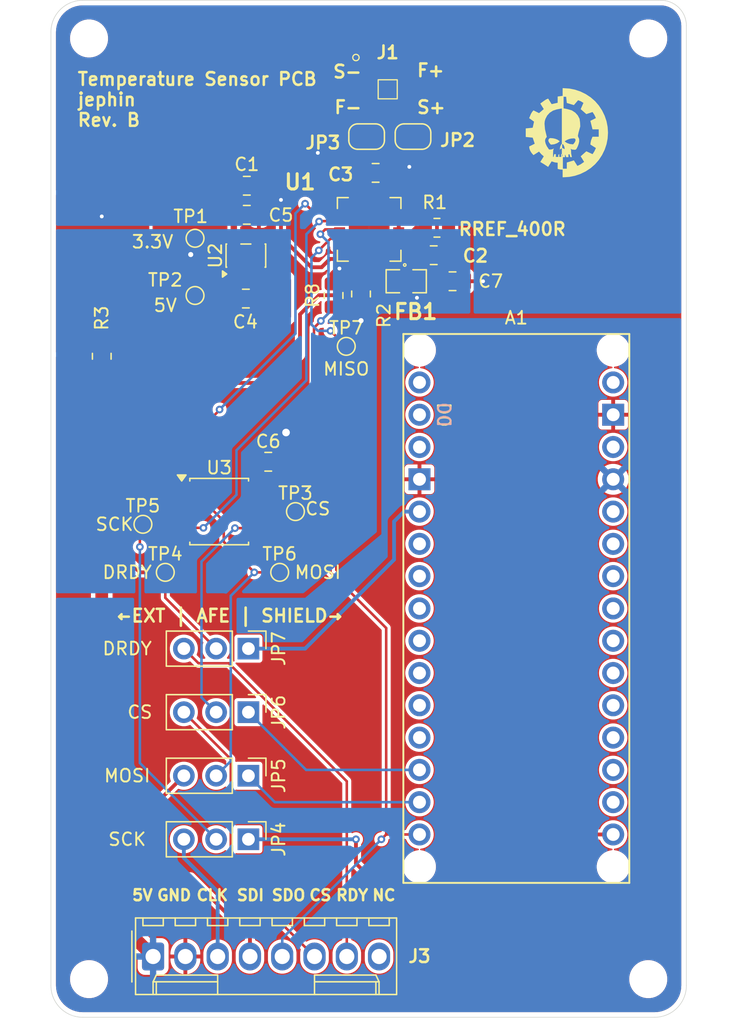
<source format=kicad_pcb>
(kicad_pcb (version 20241229) (generator "pcbnew") (generator_version "9.0")
  (title_block (title "RTD Sensor PCB") (date "2025-10-17") (company "DTU Nanolab"))
  (layers (0 "F.Cu" signal) (2 "B.Cu" signal) (13 "F.Paste" user) (15 "B.Paste" user) (5 "F.SilkS" user "F.Silkscreen") (7 "B.SilkS" user "B.Silkscreen") (1 "F.Mask" user) (3 "B.Mask" user) (25 "Edge.Cuts" user))
  (net 0 "")
  (net 1 "GND")
  (net 2 "Net-(U1-VDD)")
  (net 7 "/CS_5V")
  (net 8 "/SDO")
  (net 9 "/DRDY")
  (net 10 "Net-(U1-BIAS)")
  (net 11 "Net-(U1-ISENSOR)")
  (net 23 "/SCK_5V")
  (net 33 "3V3")
  (net 34 "5V")
  (net 35 "/DRDY_EXT")
  (net 36 "/MOSI_EXT")
  (net 38 "/CS_EXT")
  (net 39 "/SCK_EXT")
  (net 40 "/SCK_JP")
  (net 41 "/MOSI_JP")
  (net 42 "/MOSI_5V")
  (net 43 "/CS_JP")
  (net 44 "/DRDY_JP")
  (net 45 "/CS")
  (net 46 "/SCLK")
  (net 47 "/SDI")
  (net 49 "/SENSOR_S-")
  (net 50 "/SENSOR_S+")
  (net 51 "/SENSOR_F+")
  (net 52 "/SENSOR_F-")
  (net 53 "GNDA")
  (footprint "TestPoint:TestPoint_Pad_D1.0mm" (layer "F.Cu") (at 111.34 88.72)
    (property "Reference" "TP1")
    (property "Value" "TestPoint")
  )
  (footprint "Resistor_SMD:R_0805_2012Metric" (layer "F.Cu") (at 122.24 93.22 90)
    (property "Reference" "R8")
    (property "Value" "10K")
  )
  (footprint "Resistor_SMD:R_0805_2012Metric" (layer "F.Cu") (at 104 98 90)
    (property "Reference" "R3")
    (property "Value" "0ohm")
  )
  (footprint "Jumper:SolderJumper-2_P1.3mm_Open_RoundedPad1.0x1.5mm" (layer "F.Cu") (at 124.84 80.72)
    (property "Reference" "JP3")
    (property "Value" "SOLDERJUMPER")
  )
  (footprint "Resistor_SMD:R_0805_2012Metric" (layer "F.Cu") (at 130.374 87.893 180)
    (property "Reference" "R1")
    (property "Value" "430")
  )
  (footprint "external_footprints:MAX31865ATP+" (layer "F.Cu") (at 125.04 88.02 90)
    (property "Reference" "U1")
    (property "Value" "MAX31865")
  )
  (footprint "TestPoint:TestPoint_Pad_D1.0mm" (layer "F.Cu") (at 109 115)
    (property "Reference" "TP4")
    (property "Value" "TestPoint")
  )
  (footprint "external_footprints:RTD_Sensor_BondPad_4x" (layer "F.Cu") (at 126.5 77)
    (property "Reference" "J1")
    (property "Value" "RTDSensor")
  )
  (footprint "Connector_PinHeader_2.54mm:PinHeader_1x03_P2.54mm_Vertical" (layer "F.Cu") (at 115.54 136 -90)
    (property "Reference" "JP4")
    (property "Value" "Jumper_3_Open")
  )
  (footprint "external_footprints:Arduino_Nano_Socket" (layer "F.Cu") (at 136.62 139.43)
    (property "Reference" "A1")
    (property "Value" "Arduino_Nano_Socket")
  )
  (footprint "TestPoint:TestPoint_Pad_D1.0mm" (layer "F.Cu") (at 123.24 97.22)
    (property "Reference" "TP7")
    (property "Value" "TestPoint")
  )
  (footprint "external_footprints:MIC5225" (layer "F.Cu") (at 115.34 90.0825 90)
    (property "Reference" "U2")
    (property "Value" "MIC5225")
  )
  (footprint "Capacitor_SMD:C_0805_2012Metric" (layer "F.Cu") (at 117.1 106.3)
    (property "Reference" "C6")
    (property "Value" "0.1uF")
  )
  (footprint "Capacitor_SMD:C_0805_2012Metric" (layer "F.Cu") (at 115.4131 86.8731)
    (property "Reference" "C5")
    (property "Value" "10uF")
  )
  (footprint "Capacitor_SMD:C_0805_2012Metric" (layer "F.Cu") (at 130.12 90.052)
    (property "Reference" "C2")
    (property "Value" "0.1uF")
  )
  (footprint "Jumper:SolderJumper-2_P1.3mm_Open_RoundedPad1.0x1.5mm" (layer "F.Cu") (at 128.49 80.72)
    (property "Reference" "JP2")
    (property "Value" "SOLDERJUMPER")
  )
  (footprint "Capacitor_SMD:C_0805_2012Metric" (layer "F.Cu") (at 115.34 93.4625)
    (property "Reference" "C4")
    (property "Value" "10uF")
  )
  (footprint "Capacitor_SMD:C_0805_2012Metric" (layer "F.Cu") (at 125.548 83.575 180)
    (property "Reference" "C3")
    (property "Value" "0.1uF")
  )
  (footprint "MountingHole:MountingHole_2.2mm_M2_ISO7380" (layer "F.Cu") (at 103 147)
    (property "Reference" "U$2" (hide yes))
    (property "Value" "MOUNTINGHOLE2.5")
  )
  (footprint "Resistor_SMD:R_0805_2012Metric" (layer "F.Cu") (at 124.4 93.1 -90)
    (property "Reference" "R2")
    (property "Value" "10K")
  )
  (footprint "Connector_PinHeader_2.54mm:PinHeader_1x03_P2.54mm_Vertical" (layer "F.Cu") (at 115.54 131 -90)
    (property "Reference" "JP5")
    (property "Value" "Jumper_3_Open")
  )
  (footprint "Connector_Molex:Molex_KK-254_AE-6410-08A_1x08_P2.54mm_Vertical" (layer "F.Cu") (at 108.04 145.22)
    (property "Reference" "J3")
    (property "Value" "Conn_01x08")
  )
  (footprint "MountingHole:MountingHole_2.2mm_M2_ISO7380" (layer "F.Cu") (at 147 147)
    (property "Reference" "U$1" (hide yes))
    (property "Value" "MOUNTINGHOLE2.5")
  )
  (footprint "Capacitor_SMD:C_0805_2012Metric" (layer "F.Cu") (at 131.6 92.1)
    (property "Reference" "C7")
    (property "Value" "10uF")
  )
  (footprint "TestPoint:TestPoint_Pad_D1.0mm" (layer "F.Cu") (at 107.24 111.22)
    (property "Reference" "TP5")
    (property "Value" "TestPoint")
  )
  (footprint "TestPoint:TestPoint_Pad_D1.0mm" (layer "F.Cu") (at 119.24 110.22)
    (property "Reference" "TP3")
    (property "Value" "TestPoint")
  )
  (footprint "external_footprints:74LVC125" (layer "F.Cu") (at 113.24 110.22)
    (property "Reference" "U3")
    (property "Value" "74LVC125")
  )
  (footprint "MountingHole:MountingHole_2.2mm_M2_ISO7380" (layer "F.Cu") (at 103 73)
    (property "Reference" "U$18" (hide yes))
    (property "Value" "MOUNTINGHOLE2.5")
  )
  (footprint "external_footprints:LI0805G201R-10" (layer "F.Cu") (at 127.957 92.1)
    (property "Reference" "FB1")
    (property "Value" "FERRITE-0805NO")
  )
  (footprint "TestPoint:TestPoint_Pad_D1.0mm" (layer "F.Cu") (at 111.34 93.22)
    (property "Reference" "TP2")
    (property "Value" "TestPoint")
  )
  (footprint "Connector_PinHeader_2.54mm:PinHeader_1x03_P2.54mm_Vertical" (layer "F.Cu") (at 115.54 121 -90)
    (property "Reference" "JP7")
    (property "Value" "Jumper_3_Open")
  )
  (footprint "MountingHole:MountingHole_2.2mm_M2_ISO7380" (layer "F.Cu") (at 147 73)
    (property "Reference" "U$19" (hide yes))
    (property "Value" "MOUNTINGHOLE2.5")
  )
  (footprint "Capacitor_SMD:C_0805_2012Metric" (layer "F.Cu") (at 115.4131 84.5871)
    (property "Reference" "C1")
    (property "Value" "0.1uF")
  )
  (footprint "Connector_PinHeader_2.54mm:PinHeader_1x03_P2.54mm_Vertical" (layer "F.Cu") (at 115.54 126 -90)
    (property "Reference" "JP6")
    (property "Value" "Jumper_3_Open")
  )
  (footprint "TestPoint:TestPoint_Pad_D1.0mm" (layer "F.Cu") (at 118 115)
    (property "Reference" "TP6")
    (property "Value" "TestPoint")
  )
  (gr_poly (pts (xy 139.504044 80.853201) (xy 139.693334 80.895325) (xy 139.869114 80.966575) (xy 139.992226 81.058357) (xy 140.031688 81.072859) (xy 140.002912 81.121861) (xy 139.829805 81.240624) (xy 139.607822 81.323804) (xy 139.391694 81.350533) (xy 139.333381 81.350533) (xy 139.231439 81.234203) (xy 139.163327 81.125219) (xy 139.135661 81.016751) (xy 139.164854 80.926466) (xy 139.227595 80.858484) (xy 139.282396 80.840065) (xy 139.33735 80.840065)) (fill yes) (layer "F.SilkS"))
  (gr_poly (pts (xy 140.786685 76.940295) (xy 141.229449 77.0271) (xy 141.659441 77.171843) (xy 142.079892 77.376702) (xy 142.470206 77.632989) (xy 142.812719 77.931308) (xy 143.11108 78.27372) (xy 143.367357 78.663862) (xy 143.572216 79.084313) (xy 143.716959 79.514305) (xy 143.803765 79.957069) (xy 143.832945 80.416304) (xy 143.803765 80.875539) (xy 143.716959 81.318303) (xy 143.572216 81.748295) (xy 143.367357 82.168747) (xy 143.11108 82.558888) (xy 142.812719 82.9013) (xy 142.470206 83.199619) (xy 142.079892 83.455906) (xy 141.659441 83.660765) (xy 141.229449 83.805508) (xy 140.786685 83.892314) (xy 140.32745 83.921494) (xy 140.263031 83.921494) (xy 140.263031 83.320046) (xy 140.21693 83.320046) (xy 140.048033 83.305791) (xy 139.871937 83.261733) (xy 139.871937 82.777217) (xy 139.657498 82.752629) (xy 139.395663 82.67036) (xy 139.122722 83.106028) (xy 138.785667 82.883767) (xy 138.503872 82.716156) (xy 138.737586 82.339717) (xy 140.28257 82.339717) (xy 140.28257 83.244942) (xy 140.591232 83.244942) (xy 140.591232 82.76012) (xy 141.149022 82.591897) (xy 141.423795 83.026039) (xy 141.682546 82.898317) (xy 141.953497 82.71066) (xy 141.681776 82.269802) (xy 142.12813 81.87596) (xy 142.616921 82.103106) (xy 142.760985 81.877949) (xy 142.881314 81.621337) (xy 142.446256 81.346259) (xy 142.457738 81.218665) (xy 142.501211 81.010425) (xy 142.613258 80.731072) (xy 143.102354 80.731072) (xy 143.102354 80.150385) (xy 142.612342 80.150385) (xy 142.44473 79.480854) (xy 142.881009 79.263173) (xy 142.760909 79.010915) (xy 142.616311 78.788426) (xy 142.12752 78.951458) (xy 141.682387 78.561585) (xy 141.899763 78.070962) (xy 141.683949 77.936935) (xy 141.478139 77.860608) (xy 141.148106 78.242848) (xy 140.591843 78.075542) (xy 140.537499 77.586751) (xy 140.33722 77.586751) (xy 140.33722 78.495945) (xy 140.657601 78.562702) (xy 140.987211 78.658672) (xy 141.254151 78.832515) (xy 141.454074 79.050844) (xy 141.594765 79.319348) (xy 141.635401 79.601478) (xy 141.64972 79.923544) (xy 141.512638 80.413556) (xy 141.462513 80.657079) (xy 141.482413 80.735041) (xy 141.560128 80.909625) (xy 141.567288 81.09591) (xy 141.526091 81.287581) (xy 141.456157 81.482119) (xy 141.371041 81.655316) (xy 141.315412 81.731857) (xy 141.229099 81.75971) (xy 140.974693 81.732773) (xy 140.920655 81.678734) (xy 140.901159 81.688845) (xy 140.909969 81.727278) (xy 140.925649 81.802818) (xy 140.934393 82.050899) (xy 140.991485 82.334832) (xy 140.863563 82.334832) (xy 140.809829 82.116234) (xy 140.72007 82.116234) (xy 140.72007 82.339717) (xy 140.53933 82.339717) (xy 140.482849 82.174547) (xy 140.446518 82.138521) (xy 140.446518 82.339717) (xy 140.28257 82.339717) (xy 138.737586 82.339717) (xy 138.77834 82.274076) (xy 138.578539 82.100761) (xy 138.405259 81.90069) (xy 137.967148 82.177295) (xy 137.81378 82.001179) (xy 137.71283 81.839019) (xy 137.650195 81.669115) (xy 137.629788 81.498605) (xy 138.065761 81.281534) (xy 137.906698 80.80465) (xy 137.360205 80.749696) (xy 137.360205 80.413251) (xy 137.360205 80.077112) (xy 137.906393 80.022462) (xy 137.976768 79.705974) (xy 138.838087 79.705974) (xy 138.856192 79.921407) (xy 138.875294 80.144003) (xy 138.938319 80.411725) (xy 139.020445 80.744811) (xy 138.929697 80.861603) (xy 138.886298 80.977292) (xy 138.883669 81.097131) (xy 138.929895 81.282736) (xy 139.018919 81.476013) (xy 139.179203 81.718729) (xy 139.252308 81.74428) (xy 139.442985 81.718118) (xy 139.577319 81.650341) (xy 139.543736 81.717508) (xy 139.521685 81.809552) (xy 139.510457 82.05609) (xy 139.510457 82.320177) (xy 139.547399 82.320177) (xy 139.602049 82.10158) (xy 139.728139 82.10158) (xy 139.728139 82.320177) (xy 139.922923 82.320177) (xy 139.922923 82.160503) (xy 139.998027 82.093642) (xy 139.998027 82.320177) (xy 140.149153 82.320177) (xy 140.149153 82.261864) (xy 140.227921 82.261864) (xy 140.254788 82.261864) (xy 140.254788 82.125088) (xy 140.227921 82.125088) (xy 140.227921 82.261864) (xy 140.149153 82.261864) (xy 140.149153 82.097305) (xy 140.200138 82.097305) (xy 140.200138 81.63739) (xy 140.035885 81.741322) (xy 140.053348 81.612131) (xy 140.227921 81.612131) (xy 140.426979 81.708043) (xy 140.399127 81.517271) (xy 140.316459 81.348396) (xy 140.227921 81.305637) (xy 140.227921 81.612131) (xy 140.053348 81.612131) (xy 140.066389 81.51565) (xy 140.153121 81.334352) (xy 140.200138 81.289829) (xy 140.200138 81.086315) (xy 140.425128 81.086315) (xy 140.451098 81.123692) (xy 140.604055 81.222916) (xy 140.829774 81.303342) (xy 141.085824 81.330994) (xy 141.180353 81.222567) (xy 141.244276 81.119418) (xy 141.278602 81.015629) (xy 141.272059 80.936236) (xy 141.229678 80.880117) (xy 141.144442 80.859605) (xy 140.935829 80.874029) (xy 140.765866 80.913949) (xy 140.606459 80.980444) (xy 140.439801 81.077897) (xy 140.425128 81.086315) (xy 140.200138 81.086315) (xy 140.200138 78.513958) (xy 140.159533 78.513958) (xy 139.794286 78.584756) (xy 139.506794 78.676684) (xy 139.244872 78.847394) (xy 139.048656 79.061879) (xy 138.910536 79.32576) (xy 138.856837 79.508767) (xy 138.838087 79.705974) (xy 137.976768 79.705974) (xy 138.012638 79.544662) (xy 137.627956 79.271416) (xy 137.76809 78.935887) (xy 137.860814 78.781337) (xy 137.966843 78.655924) (xy 138.405869 78.874216) (xy 138.77834 78.556395) (xy 138.503872 78.119505) (xy 138.813144 77.895718) (xy 138.95903 77.799596) (xy 139.123943 77.729022) (xy 139.396274 78.165912) (xy 139.871937 78.060277) (xy 139.871937 77.568432) (xy 140.263031 77.513783) (xy 140.263031 76.911114) (xy 140.32745 76.911114)) (fill yes) (layer "F.SilkS"))
  (gr_line (start 102.5 150) (end 147.5 150) (stroke (width 0.05)) (layer "Edge.Cuts"))
  (gr_arc (start 148 70) (mid 149.414214 70.585786) (end 150 72) (stroke (width 0.05)) (layer "Edge.Cuts"))
  (gr_arc (start 100 72.5) (mid 100.732233 70.732233) (end 102.5 70) (stroke (width 0.05)) (layer "Edge.Cuts"))
  (gr_line (start 100 72.5) (end 100 147.5) (stroke (width 0.05)) (layer "Edge.Cuts"))
  (gr_arc (start 150 147.5) (mid 149.267767 149.267767) (end 147.5 150) (stroke (width 0.05)) (layer "Edge.Cuts"))
  (gr_line (start 148 70) (end 102.5 70) (stroke (width 0.05)) (layer "Edge.Cuts"))
  (gr_arc (start 102.5 150) (mid 100.732233 149.267767) (end 100 147.5) (stroke (width 0.05)) (layer "Edge.Cuts"))
  (gr_line (start 150 147.5) (end 150 72) (stroke (width 0.05)) (layer "Edge.Cuts"))
  (gr_text "SDO" (at 118.7 140.4 0) (layer "F.SilkS") (effects (font (size 0.8636 0.8636) (thickness 0.2) (bold yes))))
  (gr_text "←EXT | AFE | SHIELD→" (at 105 119 0) (layer "F.SilkS") (effects (font (size 1 1) (thickness 0.2) (bold yes)) (justify left bottom)))
  (gr_text "5V" (at 107.2 140.4 0) (layer "F.SilkS") (effects (font (size 0.8636 0.8636) (thickness 0.2) (bold yes))))
  (gr_text "Temperature Sensor PCB\njephin\nRev. B" (at 102 80 0) (layer "F.SilkS") (effects (font (size 1 1) (thickness 0.2) (bold yes)) (justify left bottom)))
  (gr_text "NC" (at 126.2 140.4 0) (layer "F.SilkS") (effects (font (size 0.8636 0.8636) (thickness 0.2) (bold yes))))
  (gr_text "GND" (at 109.7 140.4 0) (layer "F.SilkS") (effects (font (size 0.8636 0.8636) (thickness 0.2) (bold yes))))
  (gr_text "CS" (at 121.2 140.4 0) (layer "F.SilkS") (effects (font (size 0.8636 0.8636) (thickness 0.2) (bold yes))))
  (gr_text "CLK" (at 112.7 140.4 0) (layer "F.SilkS") (effects (font (size 0.8636 0.8636) (thickness 0.2) (bold yes))))
  (gr_text "SDI" (at 115.7 140.4 0) (layer "F.SilkS") (effects (font (size 0.8636 0.8636) (thickness 0.2) (bold yes))))
  (gr_text "RDY" (at 123.7 140.4 0) (layer "F.SilkS") (effects (font (size 0.8636 0.8636) (thickness 0.2) (bold yes))))
  (segment (start 116.3631 84.5871) (end 116.3631 83.3056) (width 0.2) (layer "F.Cu") (net 1))
  (segment (start 116.3631 83.3056) (end 116.36 83.3025) (width 0.2) (layer "F.Cu") (net 1))
  (segment (start 126.34 90.345) (end 127.9593 90.345) (width 0.3048) (layer "F.Cu") (net 2))
  (segment (start 126.34 91.04) (end 126.34 90.345) (width 0.3) (layer "F.Cu") (net 2))
  (segment (start 130.65 91.532) (end 129.17 90.052) (width 0.3) (layer "F.Cu") (net 2))
  (segment (start 128.2523 90.052) (end 129.17 90.052) (width 0.3048) (layer "F.Cu") (net 2))
  (segment (start 127.9593 90.345) (end 128.2523 90.052) (width 0.3048) (layer "F.Cu") (net 2))
  (segment (start 127.114 91.814) (end 126.34 91.04) (width 0.3) (layer "F.Cu") (net 2))
  (segment (start 120.08 130.54) (end 115.54 126) (width 0.2) (layer "B.Cu") (net 7))
  (segment (start 129 130.54) (end 120.08 130.54) (width 0.2) (layer "B.Cu") (net 7))
  (segment (start 121.998447 88.750724) (end 122.180312 88.750724) (width 0.2) (layer "F.Cu") (net 8))
  (segment (start 121.076732 89.672439) (end 121.998447 88.750724) (width 0.2) (layer "F.Cu") (net 8))
  (segment (start 122 115) (end 122 98.46) (width 0.2) (layer "F.Cu") (net 8))
  (segment (start 126.38 119.38) (end 122 115) (width 0.2) (layer "F.Cu") (net 8))
  (segment (start 126.38 135.62) (end 129 135.62) (width 0.2) (layer "F.Cu") (net 8))
  (segment (start 122.261036 88.67) (end 122.715 88.67) (width 0.2) (layer "F.Cu") (net 8))
  (segment (start 123.22 97.22) (end 122 96) (width 0.2) (layer "F.Cu") (net 8))
  (segment (start 122 98.46) (end 123.24 97.22) (width 0.2) (layer "F.Cu") (net 8))
  (segment (start 126.38 135.62) (end 126.38 119.38) (width 0.2) (layer "F.Cu") (net 8))
  (segment (start 122.180312 88.750724) (end 122.261036 88.67) (width 0.2) (layer "F.Cu") (net 8))
  (segment (start 126 136) (end 126.38 135.62) (width 0.2) (layer "F.Cu") (net 8))
  (via (at 121.076732 89.672439) (size 0.6) (drill 0.3) (layers "F.Cu" "B.Cu") (net 8))
  (via (at 122 96) (size 0.6) (drill 0.3) (layers "F.Cu" "B.Cu") (net 8))
  (via (at 126 136) (size 0.6) (drill 0.3) (layers "F.Cu" "B.Cu") (net 8))
  (segment (start 121 96) (end 122 96) (width 0.2) (layer "B.Cu") (net 8))
  (segment (start 118.2 143.8) (end 126 136) (width 0.2) (layer "B.Cu") (net 8))
  (segment (start 120.5 90.249171) (end 120.5 95.5) (width 0.2) (layer "B.Cu") (net 8))
  (segment (start 118.2 145.22) (end 118.2 143.8) (width 0.2) (layer "B.Cu") (net 8))
  (segment (start 120.5 95.5) (end 121 96) (width 0.2) (layer "B.Cu") (net 8))
  (segment (start 121.076732 89.672439) (end 120.5 90.249171) (width 0.2) (layer "B.Cu") (net 8))
  (segment (start 120 121) (end 127 114) (width 0.3) (layer "B.Cu") (net 9))
  (segment (start 115.54 121) (end 120 121) (width 0.3) (layer "B.Cu") (net 9))
  (segment (start 127.78 110.22) (end 129 110.22) (width 0.3) (layer "B.Cu") (net 9))
  (segment (start 127 114) (end 127 111) (width 0.3) (layer "B.Cu") (net 9))
  (segment (start 127 111) (end 127.78 110.22) (width 0.3) (layer "B.Cu") (net 9))
  (segment (start 127.365 88.67) (end 127.365 89.32) (width 0.3048) (layer "F.Cu") (net 10))
  (segment (start 127.9343 88.67) (end 127.365 88.67) (width 0.3048) (layer "F.Cu") (net 10))
  (segment (start 128.7113 87.893) (end 127.9343 88.67) (width 0.3048) (layer "F.Cu") (net 10))
  (segment (start 129.424 87.893) (end 128.7113 87.893) (width 0.3048) (layer "F.Cu") (net 10))
  (segment (start 128.9869 86.7474) (end 130.9769 86.7474) (width 0.3048) (layer "F.Cu") (net 11))
  (segment (start 131.2865 87.057) (end 131.2865 87.893) (width 0.3048) (layer "F.Cu") (net 11))
  (segment (start 127.365 87.37) (end 127.365 88.02) (width 0.3048) (layer "F.Cu") (net 11))
  (segment (start 128.3643 87.37) (end 128.9869 86.7474) (width 0.3048) (layer "F.Cu") (net 11))
  (segment (start 130.9769 86.7474) (end 131.2865 87.057) (width 0.3048) (layer "F.Cu") (net 11))
  (segment (start 127.365 87.37) (end 128.3643 87.37) (width 0.3048) (layer "F.Cu") (net 11))
  (segment (start 127.1 141) (end 124 137.9) (width 0.3) (layer "F.Cu") (net 23))
  (segment (start 139.38 135.62) (end 134 141) (width 0.3) (layer "F.Cu") (net 23))
  (segment (start 134 141) (end 127.1 141) (width 0.3) (layer "F.Cu") (net 23))
  (segment (start 144.24 135.62) (end 139.38 135.62) (width 0.3) (layer "F.Cu") (net 23))
  (segment (start 124 137.9) (end 124 136) (width 0.3) (layer "F.Cu") (net 23))
  (via (at 124 136) (size 0.6) (drill 0.3) (layers "F.Cu" "B.Cu") (net 23))
  (segment (start 124 136) (end 115.54 136) (width 0.3) (layer "B.Cu") (net 23))
  (segment (start 125.69 92.29) (end 125.69 90.345) (width 0.4) (layer "F.Cu") (net 33))
  (segment (start 116.1025 108.27) (end 116.1025 106.3475) (width 0.4064) (layer "F.Cu") (net 33))
  (segment (start 122.24 91.56) (end 122.7 91.1) (width 0.6) (layer "F.Cu") (net 33))
  (segment (start 117.725 104) (end 118.5 104) (width 0.4064) (layer "F.Cu") (net 33))
  (segment (start 125.9 92.5) (end 125.69 92.29) (width 0.4) (layer "F.Cu") (net 33))
  (segment (start 116.1025 108.27) (end 116.1025 109.57) (width 0.4064) (layer "F.Cu") (net 33))
  (segment (start 116.15 105.575) (end 117.725 104) (width 0.4064) (layer "F.Cu") (net 33))
  (segment (start 114.4631 86.8731) (end 114.4631 84.5871) (width 0.4064) (layer "F.Cu") (net 33))
  (segment (start 124.4 94.0125) (end 124.4 95.2) (width 0.6) (layer "F.Cu") (net 33))
  (segment (start 128.8 93.4) (end 128.4 93.8) (width 0.4) (layer "F.Cu") (net 33))
  (segment (start 114.165 88.72) (end 114.39 88.945) (width 0.2) (layer "F.Cu") (net 33))
  (segment (start 114.39 88.945) (end 114.39 86.9462) (width 0.5) (layer "F.Cu") (net 33))
  (segment (start 122.24 92.3075) (end 122.24 91.56) (width 0.6) (layer "F.Cu") (net 33))
  (segment (start 126.4 93.8) (end 125.9 93.3) (width 0.4) (layer "F.Cu") (net 33))
  (segment (start 128.8 93.4) (end 128.8 92.1) (width 0.4) (layer "F.Cu") (net 33))
  (segment (start 116.15 106.3) (end 116.15 105.575) (width 0.4064) (layer "F.Cu") (net 33))
  (segment (start 111.3 89.7) (end 111.3 88.76) (width 0.2) (layer "F.Cu") (net 33))
  (segment (start 111.34 88.72) (end 114.165 88.72) (width 0.2) (layer "F.Cu") (net 33))
  (segment (start 128.4 93.8) (end 126.4 93.8) (width 0.4) (layer "F.Cu") (net 33))
  (segment (start 111 90) (end 111.3 89.7) (width 0.2) (layer "F.Cu") (net 33))
  (segment (start 125.9 93.3) (end 125.9 92.5) (width 0.4) (layer "F.Cu") (net 33))
  (via (at 111 90) (size 0.6) (drill 0.4) (layers "F.Cu" "B.Cu") (net 33))
  (via (at 122.7 91.1) (size 0.6) (drill 0.3) (layers "F.Cu" "B.Cu") (net 33))
  (via (at 124.4 95.2) (size 0.6) (drill 0.4) (layers "F.Cu" "B.Cu") (net 33))
  (via (at 118.5 104) (size 1) (drill 0.6) (layers "F.Cu" "B.Cu") (net 33))
  (via (at 128.8 93.4) (size 0.6) (drill 0.3) (layers "F.Cu" "B.Cu") (net 33))
  (segment (start 114.39 93.4625) (end 114.3 93.3725) (width 1) (layer "F.Cu") (net 34))
  (segment (start 115.2 95.4) (end 117.8 95.4) (width 1) (layer "F.Cu") (net 34))
  (segment (start 114.39 94.59) (end 115.2 95.4) (width 1) (layer "F.Cu") (net 34))
  (segment (start 118.4 94.8) (end 118.4 92.1) (width 1) (layer "F.Cu") (net 34))
  (segment (start 114.1475 93.22) (end 114.39 93.4625) (width 1) (layer "F.Cu") (net 34))
  (segment (start 118.4 92.1) (end 117.52 91.22) (width 1) (layer "F.Cu") (net 34))
  (segment (start 104 141.18) (end 104 104) (width 1) (layer "F.Cu") (net 34))
  (segment (start 108.04 145.22) (end 104 141.18) (width 1) (layer "F.Cu") (net 34))
  (segment (start 114.39 93.4625) (end 114.39 94.59) (width 1) (layer "F.Cu") (net 34))
  (segment (start 114.139 92.171996) (end 114.139 91.22) (width 1) (layer "F.Cu") (net 34))
  (segment (start 114.3 93.3725) (end 114.3 92.332996) (width 1) (layer "F.Cu") (net 34))
  (segment (start 111.34 96.66) (end 111.34 93.22) (width 1) (layer "F.Cu") (net 34))
  (segment (start 117.8 95.4) (end 118.4 94.8) (width 1) (layer "F.Cu") (net 34))
  (segment (start 114.3 92.332996) (end 114.139 92.171996) (width 1) (layer "F.Cu") (net 34))
  (segment (start 117.52 91.22) (end 116.541 91.22) (width 1) (layer "F.Cu") (net 34))
  (segment (start 111.34 93.22) (end 114.1475 93.22) (width 1) (layer "F.Cu") (net 34))
  (segment (start 104 104) (end 111.34 96.66) (width 1) (layer "F.Cu") (net 34))
  (segment (start 111.611 122.151) (end 110.46 121) (width 0.2) (layer "F.Cu") (net 35))
  (segment (start 113.993 122.151) (end 111.611 122.151) (width 0.2) (layer "F.Cu") (net 35))
  (segment (start 123.28 145.22) (end 123.28 131.438) (width 0.2) (layer "F.Cu") (net 35))
  (segment (start 123.28 131.438) (end 113.993 122.151) (width 0.2) (layer "F.Cu") (net 35))
  (segment (start 107 134.46) (end 110.46 131) (width 0.3) (layer "F.Cu") (net 36))
  (segment (start 115.66 145.22) (end 115.66 143.66) (width 0.3) (layer "F.Cu") (net 36))
  (segment (start 107 138) (end 107 134.46) (width 0.3) (layer "F.Cu") (net 36))
  (segment (start 115.66 143.66) (end 111 139) (width 0.3) (layer "F.Cu") (net 36))
  (segment (start 108 139) (end 107 138) (width 0.3) (layer "F.Cu") (net 36))
  (segment (start 111 139) (end 108 139) (width 0.3) (layer "F.Cu") (net 36))
  (segment (start 120.74 145.22) (end 114.151 138.631) (width 0.2) (layer "F.Cu") (net 38))
  (segment (start 114.151 129.691) (end 110.46 126) (width 0.2) (layer "F.Cu") (net 38))
  (segment (start 114.151 138.631) (end 114.151 129.691) (width 0.2) (layer "F.Cu") (net 38))
  (segment (start 113.12 145.22) (end 113.12 140.12) (width 0.3) (layer "B.Cu") (net 39))
  (segment (start 113.12 140.12) (end 110.46 137.46) (width 0.3) (layer "B.Cu") (net 39))
  (segment (start 110.46 137.46) (end 110.46 136) (width 0.3) (layer "B.Cu") (net 39))
  (segment (start 110.3775 110.87) (end 109.72013 110.87) (width 0.2) (layer "F.Cu") (net 40))
  (segment (start 107 113) (end 107 111.46) (width 0.2) (layer "F.Cu") (net 40))
  (segment (start 107.24 111.22) (end 109.30787 111.22) (width 0.2) (layer "F.Cu") (net 40))
  (segment (start 109.30787 111.22) (end 109.339 111.25113) (width 0.2) (layer "F.Cu") (net 40))
  (segment (start 109.72013 110.87) (end 109.339 111.25113) (width 0.2) (layer "F.Cu") (net 40))
  (via (at 107 113) (size 0.6) (drill 0.3) (layers "F.Cu" "B.Cu") (net 40))
  (segment (start 113 136) (end 107 130) (width 0.2) (layer "B.Cu") (net 40))
  (segment (start 107 130) (end 107 113) (width 0.2) (layer "B.Cu") (net 40))
  (segment (start 113.6 112.6) (end 116 115) (width 0.2) (layer "F.Cu") (net 41))
  (segment (start 110.3775 108.92) (end 111.54513 108.92) (width 0.2) (layer "F.Cu") (net 41))
  (segment (start 113.6 110.97487) (end 113.6 112.6) (width 0.2) (layer "F.Cu") (net 41))
  (segment (start 111.54513 108.92) (end 113.6 110.97487) (width 0.2) (layer "F.Cu") (net 41))
  (segment (start 116 115) (end 118 115) (width 0.2) (layer "F.Cu") (net 41))
  (via (at 116 115) (size 0.6) (drill 0.3) (layers "F.Cu" "B.Cu") (net 41))
  (segment (start 113 131) (end 114.151 129.849) (width 0.2) (layer "B.Cu") (net 41))
  (segment (start 114.151 129.849) (end 114.151 116.849) (width 0.2) (layer "B.Cu") (net 41))
  (segment (start 114.151 116.849) (end 116 115) (width 0.2) (layer "B.Cu") (net 41))
  (segment (start 129 133.08) (end 117.62 133.08) (width 0.2) (layer "B.Cu") (net 42))
  (segment (start 117.62 133.08) (end 115.54 131) (width 0.2) (layer "B.Cu") (net 42))
  (segment (start 114.48 111.52) (end 116.1025 111.52) (width 0.2) (layer "F.Cu") (net 43))
  (segment (start 117.94 111.52) (end 116.1025 111.52) (width 0.2) (layer "F.Cu") (net 43))
  (segment (start 119.24 110.22) (end 117.94 111.52) (width 0.2) (layer "F.Cu") (net 43))
  (via (at 114.48 111.52) (size 0.6) (drill 0.3) (layers "F.Cu" "B.Cu") (net 43))
  (segment (start 114.48 111.52) (end 111.849 114.151) (width 0.2) (layer "B.Cu") (net 43))
  (segment (start 111.849 124.849) (end 113 126) (width 0.2) (layer "B.Cu") (net 43))
  (segment (start 111.849 114.151) (end 111.849 124.849) (width 0.2) (layer "B.Cu") (net 43))
  (segment (start 121.1 93.2) (end 119.6 94.7) (width 0.3) (layer "F.Cu") (net 44))
  (segment (start 123.3875 93.2) (end 121.1 93.2) (width 0.3) (layer "F.Cu") (net 44))
  (segment (start 125.04 90.345) (end 125.04 91.5475) (width 0.3) (layer "F.Cu") (net 44))
  (segment (start 124.4 92.1875) (end 123.3875 93.2) (width 0.3) (layer "F.Cu") (net 44))
  (segment (start 111.5 100.1) (end 105.6 106) (width 0.3) (layer "F.Cu") (net 44))
  (segment (start 125.04 91.5475) (end 124.4 92.1875) (width 0.3) (layer "F.Cu") (net 44))
  (segment (start 119.6 94.7) (end 119.6 97.9) (width 0.3) (layer "F.Cu") (net 44))
  (segment (start 107 115) (end 109 115) (width 0.3) (layer "F.Cu") (net 44))
  (segment (start 105.6 106) (end 105.6 113.6) (width 0.3) (layer "F.Cu") (net 44))
  (segment (start 119.6 97.9) (end 117.4 100.1) (width 0.3) (layer "F.Cu") (net 44))
  (segment (start 109 117) (end 109 115) (width 0.2) (layer "F.Cu") (net 44))
  (segment (start 113 121) (end 109 117) (width 0.2) (layer "F.Cu") (net 44))
  (segment (start 117.4 100.1) (end 111.5 100.1) (width 0.3) (layer "F.Cu") (net 44))
  (segment (start 105.6 113.6) (end 107 115) (width 0.3) (layer "F.Cu") (net 44))
  (segment (start 121.24 95.22) (end 122.1525 94.3075) (width 0.2) (layer "F.Cu") (net 45))
  (segment (start 120.29 112.17) (end 116.1025 112.17) (width 0.2) (layer "F.Cu") (net 45))
  (segment (start 121.58 88.02) (end 122.715 88.02) (width 0.2) (layer "F.Cu") (net 45))
  (segment (start 121.2 88.4) (end 121.58 88.02) (width 0.2) (layer "F.Cu") (net 45))
  (segment (start 120.7 111.76) (end 120.29 112.17) (width 0.2) (layer "F.Cu") (net 45))
  (segment (start 120.7 95.76) (end 120.7 111.76) (width 0.2) (layer "F.Cu") (net 45))
  (segment (start 121.24 95.22) (end 120.7 95.76) (width 0.2) (layer "F.Cu") (net 45))
  (via (at 121.24 95.22) (size 0.6) (drill 0.3) (layers "F.Cu" "B.Cu") (net 45))
  (via (at 121.2 88.4) (size 0.6) (drill 0.3) (layers "F.Cu" "B.Cu") (net 45))
  (segment (start 121.839 89.039) (end 121.839 94.621) (width 0.2) (layer "B.Cu") (net 45))
  (segment (start 121.839 94.621) (end 121.24 95.22) (width 0.2) (layer "B.Cu") (net 45))
  (segment (start 121.2 88.4) (end 121.839 89.039) (width 0.2) (layer "B.Cu") (net 45))
  (segment (start 112 111.5) (end 111.134999 111.5) (width 0.2) (layer "F.Cu") (net 46))
  (segment (start 111.134999 111.5) (end 111.114999 111.52) (width 0.2) (layer "F.Cu") (net 46))
  (segment (start 111.114999 111.52) (end 110.3775 111.52) (width 0.2) (layer "F.Cu") (net 46))
  (segment (start 121.1 87.4) (end 121.13 87.37) (width 0.2) (layer "F.Cu") (net 46))
  (segment (start 121.13 87.37) (end 122.715 87.37) (width 0.2) (layer "F.Cu") (net 46))
  (via (at 121.1 87.4) (size 0.6) (drill 0.3) (layers "F.Cu" "B.Cu") (net 46))
  (via (at 112 111.5) (size 0.6) (drill 0.3) (layers "F.Cu" "B.Cu") (net 46))
  (segment (start 121.1 87.4) (end 120.1 88.4) (width 0.2) (layer "B.Cu") (net 46))
  (segment (start 114.6 108.9) (end 112 111.5) (width 0.2) (layer "B.Cu") (net 46))
  (segment (start 120.1 88.4) (end 120.1 99.9) (width 0.2) (layer "B.Cu") (net 46))
  (segment (start 120.1 99.9) (end 114.6 105.4) (width 0.2) (layer "B.Cu") (net 46))
  (segment (start 114.6 105.4) (end 114.6 108.9) (width 0.2) (layer "B.Cu") (net 46))
  (segment (start 109.1 109.2) (end 109.47 109.57) (width 0.2) (layer "F.Cu") (net 47))
  (segment (start 113.27 102.19) (end 113.27 102.23) (width 0.2) (layer "F.Cu") (net 47))
  (segment (start 120.72 86.72) (end 122.715 86.72) (width 0.2) (layer "F.Cu") (net 47))
  (segment (start 109.1 106.4) (end 109.1 109.2) (width 0.2) (layer "F.Cu") (net 47))
  (segment (start 120 86) (end 120.72 86.72) (width 0.2) (layer "F.Cu") (net 47))
  (segment (start 109.47 109.57) (end 110.3775 109.57) (width 0.2) (layer "F.Cu") (net 47))
  (segment (start 113.27 102.23) (end 109.1 106.4) (width 0.2) (layer "F.Cu") (net 47))
  (via (at 120 86) (size 0.6) (drill 0.3) (layers "F.Cu" "B.Cu") (net 47))
  (via (at 113.27 102.19) (size 0.6) (drill 0.3) (layers "F.Cu" "B.Cu") (net 47))
  (segment (start 119.24 96.22) (end 113.27 102.19) (width 0.2) (layer "B.Cu") (net 47))
  (segment (start 119.24 86.76) (end 119.24 96.22) (width 0.2) (layer "B.Cu") (net 47))
  (segment (start 120 86) (end 119.24 86.76) (width 0.2) (layer "B.Cu") (net 47))
  (segment (start 125.49 80.72) (end 126.5 79.71) (width 0.2) (layer "F.Cu") (net 49))
  (segment (start 125.04 85.695) (end 125.04 84.017) (width 0.2) (layer "F.Cu") (net 49))
  (segment (start 126.5 77.6) (end 125.2 76.3) (width 0.2) (layer "F.Cu") (net 49))
  (segment (start 126.5 79.71) (end 126.5 77.6) (width 0.2) (layer "F.Cu") (net 49))
  (segment (start 125.2 76.3) (end 125.2 75.7) (width 0.2) (layer "F.Cu") (net 49))
  (segment (start 125.04 84.017) (end 124.598 83.575) (width 0.2) (layer "F.Cu") (net 49))
  (segment (start 125.49 82.683) (end 125.49 80.72) (width 0.2) (layer "F.Cu") (net 49))
  (segment (start 124.598 83.575) (end 125.49 82.683) (width 0.2) (layer "F.Cu") (net 49))
  (segment (start 127.8 80.12) (end 127.8 78.3) (width 0.2) (layer "F.Cu") (net 50))
  (segment (start 127.84 82.16) (end 127.84 80.72) (width 0.2) (layer "F.Cu") (net 50))
  (segment (start 126.498 83.502) (end 127.84 82.16) (width 0.2) (layer "F.Cu") (net 50))
  (segment (start 125.69 84.383) (end 126.498 83.575) (width 0.2) (layer "F.Cu") (net 50))
  (segment (start 125.69 85.695) (end 125.69 84.383) (width 0.2) (layer "F.Cu") (net 50))
  (segment (start 127.365 85.235) (end 129.14 83.46) (width 0.2) (layer "F.Cu") (net 51))
  (segment (start 129.14 80.72) (end 129.14 77.04) (width 0.2) (layer "F.Cu") (net 51))
  (segment (start 129.14 77.04) (end 127.8 75.7) (width 0.2) (layer "F.Cu") (net 51))
  (segment (start 129.14 83.46) (end 129.14 80.72) (width 0.2) (layer "F.Cu") (net 51))
  (segment (start 127.365 86.72) (end 127.365 85.235) (width 0.2) (layer "F.Cu") (net 51))
  (segment (start 124.19 80.72) (end 124.19 79.31) (width 0.2) (layer "F.Cu") (net 52))
  (segment (start 124.39 85.19) (end 123.5 84.3) (width 0.2) (layer "F.Cu") (net 52))
  (segment (start 124.39 85.695) (end 124.39 85.19) (width 0.2) (layer "F.Cu") (net 52))
  (segment (start 123.5 81.41) (end 124.19 80.72) (width 0.2) (layer "F.Cu") (net 52))
  (segment (start 123.5 84.3) (end 123.5 81.41) (width 0.2) (layer "F.Cu") (net 52))
  (segment (start 124.19 79.31) (end 125.2 78.3) (width 0.2) (layer "F.Cu") (net 52))
  (segment (start 123.74 85.695) (end 122.695 85.695) (width 0.3) (layer "F.Cu") (net 53))
  (segment (start 118.1 88.6) (end 120.5 91) (width 0.3) (layer "F.Cu") (net 53))
  (segment (start 123.74 85.695) (end 123.74 86.72) (width 0.3) (layer "F.Cu") (net 53))
  (segment (start 126.34 85.43) (end 128.2 83.57) (width 0.3) (layer "F.Cu") (net 53))
  (segment (start 118.1 88.6) (end 118.1 85.7) (width 0.3) (layer "F.Cu") (net 53))
  (segment (start 121.3 91) (end 120.5 91) (width 0.3) (layer "F.Cu") (net 53))
  (segment (start 123.74 89.32) (end 123.74 90.345) (width 0.3) (layer "F.Cu") (net 53))
  (segment (start 122.695 85.695) (end 121 84) (width 0.3) (layer "F.Cu") (net 53))
  (segment (start 128.2 83.57) (end 128.2 83.1) (width 0.3) (layer "F.Cu") (net 53))
  (segment (start 134 92.1) (end 132.55 92.1) (width 0.3) (layer "F.Cu") (net 53))
  (segment (start 123.74 90.345) (end 121.955 90.345) (width 0.3) (layer "F.Cu") (net 53))
  (segment (start 131.07 90.052) (end 132.55 91.532) (width 0.3) (layer "F.Cu") (net 53))
  (segment (start 121 82) (end 121 84) (width 0.3) (layer "F.Cu") (net 53))
  (segment (start 121.955 90.345) (end 121.3 91) (width 0.3) (layer "F.Cu") (net 53))
  (segment (start 126.34 85.695) (end 126.34 86.72) (width 0.3) (layer "F.Cu") (net 53))
  (via (at 134 92.1) (size 0.6) (drill 0.3) (layers "F.Cu" "B.Cu") (net 53))
  (via (at 128.2 83.1) (size 0.6) (drill 0.3) (layers "F.Cu" "B.Cu") (net 53))
  (via (at 118.1 85.7) (size 0.6) (drill 0.3) (layers "F.Cu" "B.Cu") (net 53))
  (via (at 104 87) (size 0.6) (drill 0.3) (layers "F.Cu" "B.Cu") (net 53))
  (via (at 121 82) (size 0.6) (drill 0.3) (layers "F.Cu" "B.Cu") (net 53))
  (zone (net 53) (net_name "GNDA") (layer "F.Cu") (name "GNDD") (priority 3) (connect_pads (clearance 0.254)) (min_thickness 0.127) (fill yes (thermal_gap 0.304) (thermal_bridge_width 0.304))
    (polygon (pts (xy 100 85) (xy 107 85) (xy 108 86) (xy 108 97) (xy 107 98) (xy 100 98)))
  )
  (zone (net 1) (net_name "GND") (layer "F.Cu") (name "GNDD") (priority 6) (connect_pads (clearance 0.254)) (min_thickness 0.127) (fill yes (thermal_gap 0.304) (thermal_bridge_width 0.304))
    (polygon (pts (xy 150 150) (xy 99.999999 150) (xy 100 98) (xy 107 98) (xy 108 97) (xy 108 95.5) (xy 108 86) (xy 107 85) (xy 100 85) (xy 100 69.997188) (xy 150 70)))
  )
  (zone (net 53) (net_name "GNDA") (layer "B.Cu") (name "GNDA") (connect_pads (clearance 0.254)) (min_thickness 0.25) (fill yes (thermal_gap 0.5) (thermal_bridge_width 0.5))
    (polygon (pts (xy 133 95) (xy 150 95) (xy 150 70) (xy 100 70) (xy 100 88) (xy 133 88)))
  )
  (zone (net 33) (net_name "3V3") (layer "B.Cu") (name "3V3") (priority 1) (connect_pads (clearance 0.254)) (min_thickness 0.25) (fill yes (thermal_gap 0.5) (thermal_bridge_width 0.5))
    (polygon (pts (xy 100 88) (xy 133 88) (xy 133 95) (xy 126 95) (xy 126 112) (xy 120 117) (xy 100 117)))
  )
  (zone (net 34) (net_name "5V") (layer "B.Cu") (name "5V") (priority 2) (connect_pads (clearance 0.254)) (min_thickness 0.25) (fill yes (thermal_gap 0.5) (thermal_bridge_width 0.5))
    (polygon (pts (xy 150 95) (xy 126 95) (xy 126 112) (xy 120 117) (xy 100 117) (xy 100 150) (xy 150 150)))
  )
)
</source>
